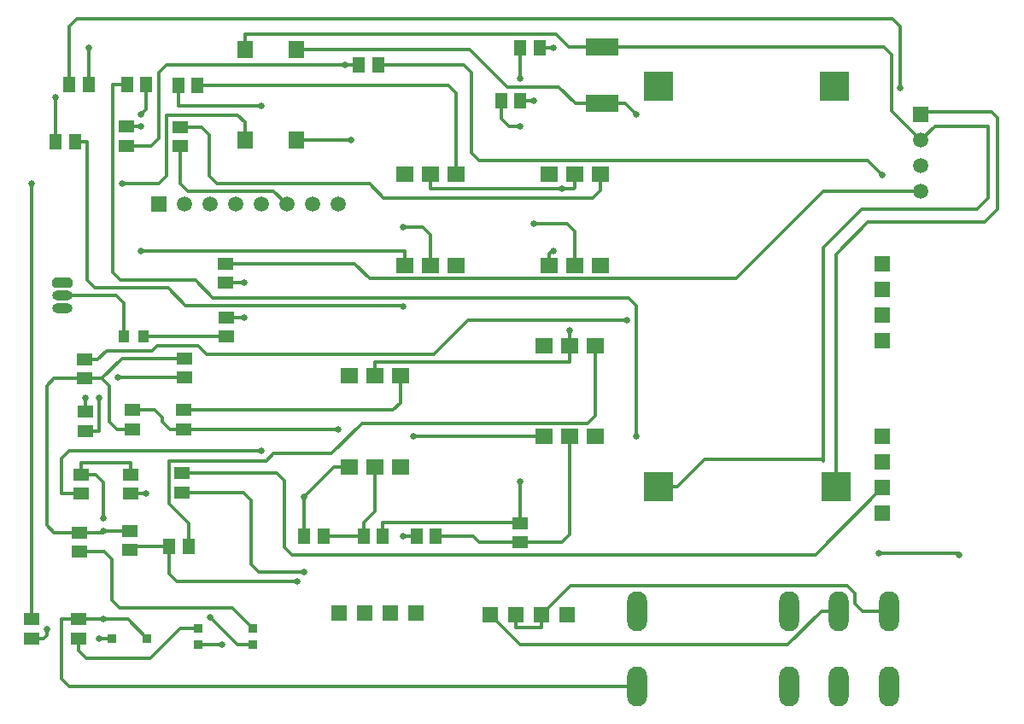
<source format=gbr>
G04 DipTrace 2.4.0.2*
%INTop.gbr*%
%MOMM*%
%ADD12C,0.38*%
%ADD14R,1.5X1.3*%
%ADD15R,1.5X1.7*%
%ADD16R,0.9X0.9*%
%ADD18R,1.5X1.5*%
%ADD19C,1.5*%
%ADD20O,1.981X3.981*%
%ADD22R,1.78X1.52*%
%ADD23O,2.0X1.0*%
%ADD24R,1.0X1.2*%
%ADD25R,1.3X1.5*%
%ADD26R,3.2X1.8*%
%ADD27R,3.0X3.0*%
%ADD28C,0.635*%
%FSLAX53Y53*%
G04*
G71*
G90*
G75*
G01*
%LNTop*%
%LPD*%
X71635Y72553D2*
D12*
Y71153D1*
X71577Y71096D1*
X70372D1*
X71159Y55565D2*
Y53879D1*
X51789D1*
Y52549D1*
X71159Y57023D2*
Y55565D1*
X70372Y71096D2*
X57346D1*
Y72553D1*
X66237Y77310D2*
X65092D1*
X64332Y78070D1*
Y79857D1*
X66237Y37943D2*
Y37993D1*
X52583D1*
Y36673D1*
X66237Y42086D2*
Y37943D1*
X36656Y25877D2*
X34325D1*
X24467Y50322D2*
Y47075D1*
X23147D1*
X35436Y28612D2*
X38171Y25877D1*
X39723D1*
X29244Y26512D2*
X27344Y28412D1*
X24889D1*
X27752Y47233D2*
X26242D1*
X25482Y47993D1*
Y51506D1*
X24722Y52266D1*
X26742Y54285D1*
X32974D1*
X24722Y52266D2*
X24334D1*
X23014D1*
X27634Y42737D2*
Y43957D1*
X22713D1*
Y42737D1*
X22417Y28412D2*
X20737D1*
Y22478D1*
X21497Y21718D1*
X77827D1*
X24889Y28412D2*
X22417D1*
X24889Y37180D2*
X27476D1*
X22554Y37016D2*
X24725D1*
X24889Y37180D1*
X23014Y52266D2*
X20020D1*
X19260Y51506D1*
Y37776D1*
X20020Y37016D1*
X22554D1*
X22713Y42737D2*
X24129D1*
X24889Y41977D1*
Y38400D1*
X48136Y47233D2*
X32832D1*
X31512D1*
X30752Y47993D1*
Y48373D1*
X29992Y49133D1*
X27752D1*
X44091Y32161D2*
X32205D1*
X31445Y32921D1*
Y35592D1*
X27476D1*
Y35280D1*
X43056Y69537D2*
X41736Y70858D1*
X33256D1*
X32496Y71618D1*
Y75305D1*
X29082Y40837D2*
X27634D1*
X40516Y45147D2*
X21497D1*
X20737Y44387D1*
Y40837D1*
X22713D1*
X40516Y79313D2*
X32336D1*
Y81328D1*
X49456Y75897D2*
X44041D1*
X101801Y34926D2*
X109580D1*
X109739Y34768D1*
X22417Y26512D2*
Y25292D1*
X23177Y24532D1*
X29581D1*
X32513Y27464D1*
X34325D1*
X26738Y71618D2*
X30369D1*
X31129Y72378D1*
Y78425D1*
X38181D1*
X38941Y77665D1*
Y75897D1*
X17813Y28412D2*
Y71618D1*
X46709Y36673D2*
X47929D1*
X50683D1*
Y37993D1*
X51789Y39099D1*
Y43500D1*
X19261Y27399D2*
Y26829D1*
X18943Y26512D1*
X17813D1*
X28907Y56489D2*
Y56417D1*
X37080D1*
X20830Y60488D2*
X26147D1*
X26907Y59728D1*
Y56489D1*
X23147Y48975D2*
Y50322D1*
X26370Y52385D2*
X32974D1*
X25752Y26512D2*
X24500D1*
X97514Y41595D2*
Y64616D1*
X100689Y67791D1*
X112279D1*
X113550Y69061D1*
Y78111D1*
X112914Y78746D1*
X106246D1*
X105929Y78428D1*
X77694D2*
X76582Y79540D1*
X74334D1*
X71696D1*
X70059Y81177D1*
X64972D1*
X61252Y84897D1*
X44041D1*
X79891Y41595D2*
X81796D1*
X84495Y44294D1*
X96085D1*
X96244Y44135D1*
Y65251D1*
X100054Y69061D1*
X111486D1*
X112597Y70173D1*
Y77317D1*
X107357D1*
X105929Y75888D1*
X103006Y78811D1*
Y84380D1*
X102246Y85140D1*
X74334D1*
X71011D1*
X69734Y86417D1*
X38941D1*
Y84897D1*
X105929Y70808D2*
X96284D1*
X87650Y62174D1*
X51297D1*
X49790Y63681D1*
X36987D1*
X76806Y58038D2*
X61078D1*
X57679Y54639D1*
X35161D1*
X34294Y55505D1*
X30207D1*
X29747Y55045D1*
X25214D1*
X24334Y54166D1*
X23014D1*
X57822Y36673D2*
X61554D1*
X62184Y36043D1*
X66237D1*
X70398D1*
X71159Y36803D1*
Y46516D1*
X55590D2*
X68619D1*
X55922Y36673D2*
X54575D1*
Y59410D2*
X54447Y59537D1*
X33031D1*
X31320Y61248D1*
X24046D1*
X23286Y62008D1*
Y75778D1*
X22066D1*
X33345Y35592D2*
Y37914D1*
X31395Y39864D1*
Y44110D1*
X41044D1*
X41763Y44830D1*
X47515D1*
X50531Y47846D1*
X72938D1*
X73699Y48606D1*
Y55565D1*
X32832Y49133D2*
X53569D1*
X54329Y49893D1*
Y52549D1*
X50225Y83352D2*
X48878D1*
X54575Y67330D2*
X56586D1*
X57346Y66570D1*
Y63504D1*
X48878Y83352D2*
X31129D1*
X30369Y82592D1*
Y76122D1*
X29609Y75362D1*
X27170D1*
X66237Y85097D2*
Y82065D1*
X71635Y63504D2*
Y66894D1*
X70875Y67654D1*
X67579D1*
Y79857D2*
X66232D1*
X28618Y64901D2*
X54806D1*
Y63504D1*
X28618Y78482D2*
X29149Y79013D1*
Y81451D1*
X27170Y77262D2*
X28618D1*
X23427Y85097D2*
Y81466D1*
X69485Y85097D2*
X68137D1*
X69485Y64962D2*
X69412D1*
X69095Y64644D1*
Y63504D1*
X74175Y72553D2*
Y70968D1*
X73415Y70208D1*
X52703D1*
X51293Y71618D1*
X36178D1*
X35418Y72378D1*
Y76445D1*
X34658Y77205D1*
X32496D1*
X59886Y72553D2*
Y80568D1*
X59126Y81328D1*
X34236D1*
X97817Y29211D2*
X96060D1*
X92739Y25890D1*
X66224D1*
X63220Y28893D1*
X20166Y80187D2*
Y75778D1*
X102118Y41436D2*
X95506Y34823D1*
X43589D1*
X42829Y35583D1*
Y42130D1*
X42069Y42890D1*
X32715D1*
X103893Y81123D2*
Y87177D1*
X103133Y87937D1*
X22287D1*
X21527Y87177D1*
Y81466D1*
X77694Y46516D2*
Y59537D1*
X76934Y60297D1*
X35762D1*
X34051Y62008D1*
X26610D1*
X25850Y62768D1*
Y81451D1*
X27249D1*
X65760Y28893D2*
Y27573D1*
X68300D1*
Y28893D1*
X71179Y31772D1*
X98618D1*
X99378Y31012D1*
Y29971D1*
X100138Y29211D1*
X102821D1*
X102118Y72461D2*
X100696Y73883D1*
X62106D1*
X61346Y74643D1*
Y82592D1*
X60586Y83352D1*
X52125D1*
X44809Y36673D2*
Y40530D1*
Y33048D2*
X40324D1*
X39564Y33808D1*
Y40230D1*
X38804Y40990D1*
X32715D1*
X44809Y40530D2*
X47778Y43500D1*
X49249D1*
X39723Y27464D2*
X37688Y29499D1*
X26536D1*
X25776Y30259D1*
Y34356D1*
X25016Y35116D1*
X22554D1*
X38863Y61781D2*
X36987D1*
X37080Y58317D2*
X38863D1*
D28*
X70372Y71096D3*
X71159Y57023D3*
X66237Y77310D3*
Y42086D3*
X36656Y25877D3*
X24467Y50322D3*
X35436Y28612D3*
X24889Y37180D3*
Y28412D3*
Y38400D3*
X48136Y47233D3*
X44091Y32161D3*
X29082Y40837D3*
X40516Y45147D3*
Y79313D3*
X49456Y75897D3*
X26738Y71618D3*
X17813D3*
X19261Y27399D3*
X23147Y50322D3*
X26370Y52385D3*
X24500Y26512D3*
X77694Y78428D3*
X76806Y58038D3*
X55590Y46516D3*
X54575Y59410D3*
Y36673D3*
Y67330D3*
X48878Y83352D3*
X66237Y82065D3*
X67579Y67654D3*
Y79857D3*
X28618Y64901D3*
Y78482D3*
Y77262D3*
X69485Y64962D3*
X23427Y85097D3*
X69485D3*
X20179Y80200D3*
X103893Y81123D3*
X77694Y46516D3*
X102118Y72461D3*
X44809Y33048D3*
Y40530D3*
X38863Y61781D3*
Y58317D3*
X101801Y34926D3*
X109739Y34768D3*
D14*
X32974Y54285D3*
Y52385D3*
D15*
X44041Y84897D3*
X38941D3*
Y75897D3*
X44041D3*
D14*
X36987Y63681D3*
Y61781D3*
X23014Y54166D3*
Y52266D3*
D16*
X25752Y26512D3*
X29244D3*
X39723Y27464D3*
Y25877D3*
X34325Y27464D3*
Y25877D3*
D18*
X102118Y38896D3*
Y41436D3*
Y43976D3*
Y46516D3*
Y56042D3*
Y58582D3*
Y61122D3*
Y63662D3*
X48296Y29052D3*
X50836D3*
X53376D3*
X55916D3*
X63220Y28893D3*
X65760D3*
X68300D3*
X70841D3*
D14*
X17813Y26512D3*
Y28412D3*
X37080Y56417D3*
Y58317D3*
D18*
X105929Y78428D3*
D19*
Y75888D3*
Y73348D3*
Y70808D3*
D20*
X77827Y29211D3*
Y21718D3*
X92839Y29211D3*
X97817D3*
X102821D3*
X92839Y21718D3*
X97817D3*
X102821D3*
D22*
X49249Y43500D3*
X51789D3*
X54329D3*
Y52549D3*
X51789D3*
X49249D3*
X68619Y46516D3*
X71159D3*
X73699D3*
Y55565D3*
X71159D3*
X68619D3*
X69095Y63504D3*
X71635D3*
X74175D3*
Y72553D3*
X71635D3*
X69095D3*
X54806Y63504D3*
X57346D3*
X59886D3*
Y72553D3*
X57346D3*
X54806D3*
G36*
X20080Y62258D2*
X19830Y62008D1*
Y61508D1*
X20080Y61258D1*
X21580D1*
X21830Y61508D1*
Y62008D1*
X21580Y62258D1*
X20080D1*
X19830Y62008D1*
Y61508D1*
X20080Y61258D1*
X21580D1*
X21830Y61508D1*
Y62008D1*
X21580Y62258D1*
X20080D1*
X19830Y62008D1*
Y61508D1*
X20080Y61258D1*
X21580D1*
X21830Y61508D1*
Y62008D1*
X21580Y62258D1*
X20080D1*
G37*
D23*
X20830Y60488D3*
Y59218D3*
D24*
X26907Y56489D3*
X28907D3*
D14*
X23147Y47075D3*
Y48975D3*
D25*
X46709Y36673D3*
X44809D3*
X57822D3*
X55922D3*
D14*
X66237Y37943D3*
Y36043D3*
D25*
X52583Y36673D3*
X50683D3*
D14*
X32832Y47233D3*
Y49133D3*
D25*
X31445Y35592D3*
X33345D3*
D14*
X27476Y37180D3*
Y35280D3*
X27752Y47233D3*
Y49133D3*
D25*
X64332Y79857D3*
X66232D3*
X52125Y83352D3*
X50225D3*
X32336Y81328D3*
X34236D3*
D14*
X32496Y75305D3*
Y77205D3*
X27634Y42737D3*
Y40837D3*
X22713Y42737D3*
Y40837D3*
X32715Y40990D3*
Y42890D3*
D25*
X22066Y75778D3*
X20166D3*
X29149Y81451D3*
X27249D3*
X23427Y81466D3*
X21527D3*
D26*
X74334Y79540D3*
Y85140D3*
D25*
X66237Y85097D3*
X68137D3*
D18*
X30356Y69537D3*
D19*
X32896D3*
X35436D3*
X37976D3*
X40516D3*
X43056D3*
X45596D3*
X48136D3*
D14*
X22554Y35116D3*
Y37016D3*
X27170Y75362D3*
Y77262D3*
X22417Y26512D3*
Y28412D3*
D27*
X79891Y41595D3*
Y81286D3*
X97355D3*
X97514Y41595D3*
M02*

</source>
